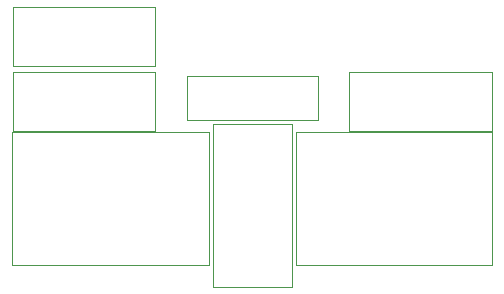
<source format=gbr>
G04 #@! TF.FileFunction,Other,User*
%FSLAX46Y46*%
G04 Gerber Fmt 4.6, Leading zero omitted, Abs format (unit mm)*
G04 Created by KiCad (PCBNEW 4.0.3-stable) date 08/09/18 16:35:35*
%MOMM*%
%LPD*%
G01*
G04 APERTURE LIST*
%ADD10C,0.100000*%
%ADD11C,0.050000*%
G04 APERTURE END LIST*
D10*
D11*
X156180000Y-132900000D02*
X156180000Y-121600000D01*
X156180000Y-121600000D02*
X172820000Y-121600000D01*
X172820000Y-121600000D02*
X172820000Y-132900000D01*
X172820000Y-132900000D02*
X156180000Y-132900000D01*
X148820000Y-121600000D02*
X148820000Y-132900000D01*
X148820000Y-132900000D02*
X132180000Y-132900000D01*
X132180000Y-132900000D02*
X132180000Y-121600000D01*
X132180000Y-121600000D02*
X148820000Y-121600000D01*
X144300000Y-116500000D02*
X144300000Y-121500000D01*
X144300000Y-121500000D02*
X132200000Y-121500000D01*
X132200000Y-121500000D02*
X132200000Y-116500000D01*
X132200000Y-116500000D02*
X144300000Y-116500000D01*
X144300000Y-111000000D02*
X144300000Y-116000000D01*
X144300000Y-116000000D02*
X132200000Y-116000000D01*
X132200000Y-116000000D02*
X132200000Y-111000000D01*
X132200000Y-111000000D02*
X144300000Y-111000000D01*
X160700000Y-121500000D02*
X160700000Y-116500000D01*
X160700000Y-116500000D02*
X172800000Y-116500000D01*
X172800000Y-116500000D02*
X172800000Y-121500000D01*
X172800000Y-121500000D02*
X160700000Y-121500000D01*
X158060000Y-116900000D02*
X146950000Y-116900000D01*
X158060000Y-116900000D02*
X158060000Y-120600000D01*
X146950000Y-120600000D02*
X146950000Y-116900000D01*
X146950000Y-120600000D02*
X158060000Y-120600000D01*
X149150000Y-120900000D02*
X149150000Y-134700000D01*
X149150000Y-134700000D02*
X155850000Y-134700000D01*
X155850000Y-134700000D02*
X155850000Y-120900000D01*
X155850000Y-120900000D02*
X149150000Y-120900000D01*
M02*

</source>
